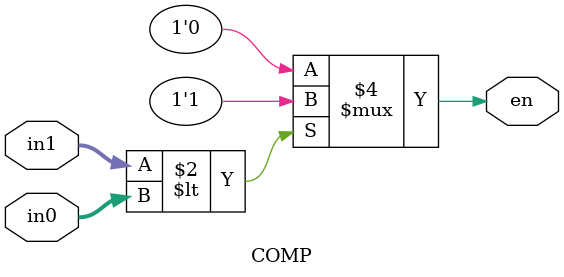
<source format=v>
`timescale 1ns / 1ps


module COMP(
        input [3:0] in1,
        input [3:0] in0,
        output reg en
    );
always @(*)
    if(in1 < in0)
        en = 1;
    else
        en = 0;
endmodule

</source>
